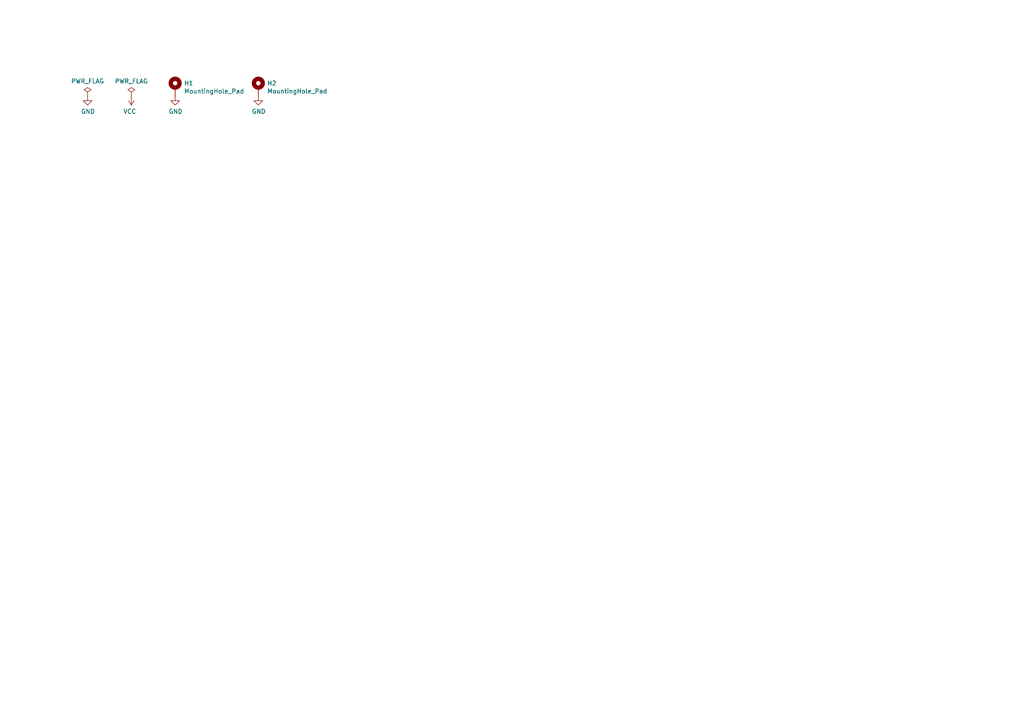
<source format=kicad_sch>
(kicad_sch (version 20230121) (generator eeschema)
  (paper "A4")
  (title_block (title "REVIUNG34-SPLIT-BOTTOM") (date "2019-08-30") (rev "1.0"))
  (lib_symbols
    (symbol "Mechanical:MountingHole_Pad" (pin_numbers hide) (pin_names (offset 1.016) hide)
      (property "Reference" "H" (at 0 6.35 0))
      (property "Value" "MountingHole_Pad" (at 0 4.445 0))
      (symbol "MountingHole_Pad_0_1"
        (circle (center 0 1.27) (radius 1.27) (stroke (width 1.27)))
      )
      (symbol "MountingHole_Pad_1_1"
        (pin input line (at 0 -2.54 90) (length 2.54) (name "1") (number "1"))
      )
    )
    (symbol "power:GND" (power) (pin_names (offset 0))
      (property "Value" "GND" (at 0 -3.81 0))
      (symbol "GND_0_1"
        (polyline (pts (xy 0 0) (xy 0 -1.27) (xy 1.27 -1.27) (xy 0 -2.54) (xy -1.27 -1.27) (xy 0 -1.27)))
      )
      (symbol "GND_1_1"
        (pin power_in line (at 0 0 270) (length 0) hide (name "GND") (number "1"))
      )
    )
    (symbol "power:PWR_FLAG" (power) (pin_numbers hide) (pin_names (offset 0) hide)
      (property "Value" "PWR_FLAG" (at 0 3.81 0))
      (symbol "PWR_FLAG_0_0"
        (pin power_out line (at 0 0 90) (length 0) (name "pwr") (number "1"))
      )
      (symbol "PWR_FLAG_0_1"
        (polyline (pts (xy 0 0) (xy 0 1.27) (xy -1.016 1.905) (xy 0 2.54) (xy 1.016 1.905) (xy 0 1.27)))
      )
    )
    (symbol "power:VCC" (power) (pin_names (offset 0))
      (property "Value" "VCC" (at 0 3.81 0))
      (symbol "VCC_0_1"
        (polyline (pts (xy -0.762 1.27) (xy 0 2.54)))
        (polyline (pts (xy 0 0) (xy 0 2.54)))
        (polyline (pts (xy 0 2.54) (xy 0.762 1.27)))
      )
      (symbol "VCC_1_1"
        (pin power_in line (at 0 0 90) (length 0) hide (name "VCC") (number "1"))
      )
    )
  )
  (symbol (lib_id "power:PWR_FLAG") (at 25.4 27.94 0) (unit 1)
    (property "Reference" "#FLG01" (effects hide))
    (property "Value" "PWR_FLAG" (at 25.4 23.5458 0))
  )
  (symbol (lib_id "power:PWR_FLAG") (at 38.1 27.94 0) (unit 1)
    (property "Reference" "#FLG02" (effects hide))
    (property "Value" "PWR_FLAG" (at 38.1 23.5458 0))
  )
  (symbol (lib_id "power:GND") (at 25.4 27.94 0) (unit 1)
    (property "Reference" "#PWR01" (effects hide))
    (property "Value" "GND" (at 25.527 32.3342 0))
  )
  (symbol (lib_id "power:VCC") (at 38.1 27.94 180) (unit 1)
    (property "Reference" "#PWR02" (effects hide))
    (property "Value" "VCC" (at 37.6428 32.3342 0))
  )
  (symbol (lib_id "Mechanical:MountingHole_Pad") (at 50.8 25.4 0) (unit 1)
    (property "Reference" "H1" (at 53.34 24.1554 0) (effects (justify left)))
    (property "Value" "MountingHole_Pad" (at 53.34 26.4668 0) (effects (justify left)))
    (property "Footprint" "MountingHole:MountingHole_2.2mm_M2_Pad" (effects hide))
  )
  (symbol (lib_id "power:GND") (at 50.8 27.94 0) (unit 1)
    (property "Reference" "#PWR03" (effects hide))
    (property "Value" "GND" (at 50.927 32.3342 0))
  )
  (symbol (lib_id "Mechanical:MountingHole_Pad") (at 74.93 25.4 0) (unit 1)
    (property "Reference" "H2" (at 77.47 24.1554 0) (effects (justify left)))
    (property "Value" "MountingHole_Pad" (at 77.47 26.4668 0) (effects (justify left)))
    (property "Footprint" "MountingHole:MountingHole_2.2mm_M2_Pad" (effects hide))
  )
  (symbol (lib_id "power:GND") (at 74.93 27.94 0) (unit 1)
    (property "Reference" "#PWR04" (effects hide))
    (property "Value" "GND" (at 75.057 32.3342 0))
  )
)
</source>
